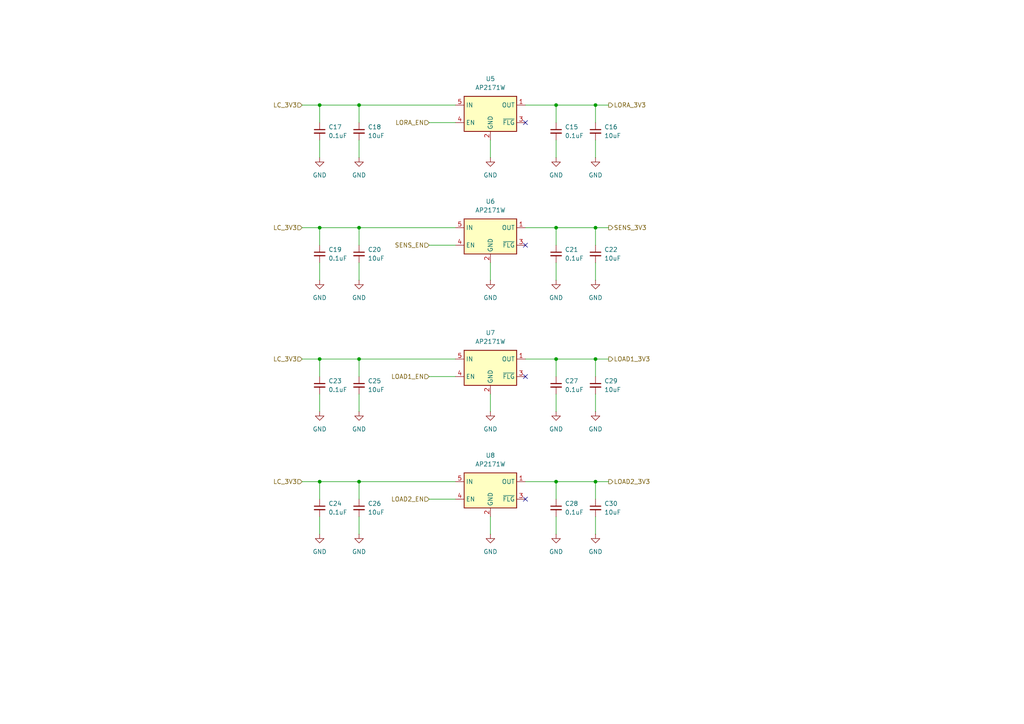
<source format=kicad_sch>
(kicad_sch (version 20231120) (generator "eeschema") (generator_version "8.0")
  (paper "A4")
  (lib_symbols
    (symbol "Device:C_Small" (pin_numbers hide) (pin_names (offset 0.254) hide)
      (property "Reference" "C" (at 0.254 1.778 0))
      (property "Value" "C_Small" (at 0.254 -2.032 0))
      (symbol "C_Small_0_1"
        (polyline (pts (xy -1.524 -0.508) (xy 1.524 -0.508)) (stroke (width 0.3302)))
        (polyline (pts (xy -1.524 0.508) (xy 1.524 0.508)) (stroke (width 0.3048)))
      )
      (symbol "C_Small_1_1"
        (pin passive line (at 0 2.54 270) (length 2.032) (name "~") (number "1"))
        (pin passive line (at 0 -2.54 90) (length 2.032) (name "~") (number "2"))
      )
    )
    (symbol "Power_Management:AP2171W"
      (property "Reference" "U" (at -7.62 -6.35 0))
      (property "Value" "AP2171W" (at -7.62 6.35 0))
      (symbol "AP2171W_0_1"
        (rectangle (start -7.62 5.08) (end 7.62 -5.08) (stroke (width 0.254)) (fill (type background)))
      )
      (symbol "AP2171W_1_1"
        (pin power_out line (at 10.16 2.54 180) (length 2.54) (name "OUT") (number "1"))
        (pin power_in line (at 0 -7.62 90) (length 2.54) (name "GND") (number "2"))
        (pin open_collector line (at 10.16 -2.54 180) (length 2.54) (name "~{FLG}") (number "3"))
        (pin input line (at -10.16 -2.54 0) (length 2.54) (name "EN") (number "4"))
        (pin power_in line (at -10.16 2.54 0) (length 2.54) (name "IN") (number "5"))
      )
    )
    (symbol "power:GND" (power) (pin_numbers hide) (pin_names (offset 0) hide)
      (property "Value" "GND" (at 0 -3.81 0))
      (symbol "GND_0_1"
        (polyline (pts (xy 0 0) (xy 0 -1.27) (xy 1.27 -1.27) (xy 0 -2.54) (xy -1.27 -1.27) (xy 0 -1.27)))
      )
      (symbol "GND_1_1"
        (pin power_in line (at 0 0 270) (length 0) (name "~") (number "1"))
      )
    )
  )
  (junction (at 172.72 139.7))
  (junction (at 172.72 30.48))
  (junction (at 104.14 139.7))
  (junction (at 104.14 104.14))
  (junction (at 161.29 139.7))
  (junction (at 92.71 139.7))
  (junction (at 92.71 104.14))
  (junction (at 161.29 30.48))
  (junction (at 161.29 66.04))
  (junction (at 161.29 104.14))
  (junction (at 172.72 66.04))
  (junction (at 172.72 104.14))
  (junction (at 92.71 30.48))
  (junction (at 104.14 66.04))
  (junction (at 92.71 66.04))
  (junction (at 104.14 30.48))
  (no_connect (at 152.4 71.12))
  (no_connect (at 152.4 109.22))
  (no_connect (at 152.4 144.78))
  (no_connect (at 152.4 35.56))
  (wire (pts (xy 172.72 66.04) (xy 176.53 66.04)))
  (wire (pts (xy 104.14 66.04) (xy 132.08 66.04)))
  (wire (pts (xy 161.29 40.64) (xy 161.29 45.72)))
  (wire (pts (xy 172.72 139.7) (xy 176.53 139.7)))
  (wire (pts (xy 152.4 66.04) (xy 161.29 66.04)))
  (wire (pts (xy 92.71 40.64) (xy 92.71 45.72)))
  (wire (pts (xy 92.71 30.48) (xy 92.71 35.56)))
  (wire (pts (xy 92.71 114.3) (xy 92.71 119.38)))
  (wire (pts (xy 87.63 139.7) (xy 92.71 139.7)))
  (wire (pts (xy 172.72 30.48) (xy 172.72 35.56)))
  (wire (pts (xy 172.72 149.86) (xy 172.72 154.94)))
  (wire (pts (xy 172.72 30.48) (xy 176.53 30.48)))
  (wire (pts (xy 161.29 104.14) (xy 172.72 104.14)))
  (wire (pts (xy 172.72 76.2) (xy 172.72 81.28)))
  (wire (pts (xy 161.29 66.04) (xy 161.29 71.12)))
  (wire (pts (xy 161.29 104.14) (xy 161.29 109.22)))
  (wire (pts (xy 104.14 40.64) (xy 104.14 45.72)))
  (wire (pts (xy 161.29 76.2) (xy 161.29 81.28)))
  (wire (pts (xy 172.72 104.14) (xy 176.53 104.14)))
  (wire (pts (xy 104.14 114.3) (xy 104.14 119.38)))
  (wire (pts (xy 92.71 149.86) (xy 92.71 154.94)))
  (wire (pts (xy 142.24 114.3) (xy 142.24 119.38)))
  (wire (pts (xy 124.46 71.12) (xy 132.08 71.12)))
  (wire (pts (xy 104.14 30.48) (xy 132.08 30.48)))
  (wire (pts (xy 92.71 139.7) (xy 104.14 139.7)))
  (wire (pts (xy 92.71 104.14) (xy 92.71 109.22)))
  (wire (pts (xy 152.4 104.14) (xy 161.29 104.14)))
  (wire (pts (xy 87.63 104.14) (xy 92.71 104.14)))
  (wire (pts (xy 172.72 114.3) (xy 172.72 119.38)))
  (wire (pts (xy 104.14 149.86) (xy 104.14 154.94)))
  (wire (pts (xy 161.29 149.86) (xy 161.29 154.94)))
  (wire (pts (xy 172.72 139.7) (xy 172.72 144.78)))
  (wire (pts (xy 172.72 40.64) (xy 172.72 45.72)))
  (wire (pts (xy 87.63 30.48) (xy 92.71 30.48)))
  (wire (pts (xy 92.71 66.04) (xy 104.14 66.04)))
  (wire (pts (xy 142.24 40.64) (xy 142.24 45.72)))
  (wire (pts (xy 104.14 139.7) (xy 132.08 139.7)))
  (wire (pts (xy 104.14 76.2) (xy 104.14 81.28)))
  (wire (pts (xy 92.71 30.48) (xy 104.14 30.48)))
  (wire (pts (xy 161.29 30.48) (xy 161.29 35.56)))
  (wire (pts (xy 142.24 76.2) (xy 142.24 81.28)))
  (wire (pts (xy 87.63 66.04) (xy 92.71 66.04)))
  (wire (pts (xy 152.4 30.48) (xy 161.29 30.48)))
  (wire (pts (xy 104.14 139.7) (xy 104.14 144.78)))
  (wire (pts (xy 124.46 109.22) (xy 132.08 109.22)))
  (wire (pts (xy 104.14 104.14) (xy 132.08 104.14)))
  (wire (pts (xy 161.29 114.3) (xy 161.29 119.38)))
  (wire (pts (xy 161.29 139.7) (xy 172.72 139.7)))
  (wire (pts (xy 161.29 139.7) (xy 161.29 144.78)))
  (wire (pts (xy 142.24 149.86) (xy 142.24 154.94)))
  (wire (pts (xy 104.14 30.48) (xy 104.14 35.56)))
  (wire (pts (xy 92.71 66.04) (xy 92.71 71.12)))
  (wire (pts (xy 161.29 30.48) (xy 172.72 30.48)))
  (wire (pts (xy 92.71 104.14) (xy 104.14 104.14)))
  (wire (pts (xy 124.46 144.78) (xy 132.08 144.78)))
  (wire (pts (xy 104.14 104.14) (xy 104.14 109.22)))
  (wire (pts (xy 92.71 76.2) (xy 92.71 81.28)))
  (wire (pts (xy 172.72 66.04) (xy 172.72 71.12)))
  (wire (pts (xy 172.72 104.14) (xy 172.72 109.22)))
  (wire (pts (xy 161.29 66.04) (xy 172.72 66.04)))
  (wire (pts (xy 124.46 35.56) (xy 132.08 35.56)))
  (wire (pts (xy 152.4 139.7) (xy 161.29 139.7)))
  (wire (pts (xy 92.71 139.7) (xy 92.71 144.78)))
  (wire (pts (xy 104.14 66.04) (xy 104.14 71.12)))
  (hierarchical_label "SENS_EN" (shape input) (at 124.46 71.12 180))
  (hierarchical_label "SENS_3V3" (shape output) (at 176.53 66.04 0))
  (hierarchical_label "LC_3V3" (shape input) (at 87.63 30.48 180))
  (hierarchical_label "LOAD1_EN" (shape input) (at 124.46 109.22 180))
  (hierarchical_label "LC_3V3" (shape input) (at 87.63 104.14 180))
  (hierarchical_label "LC_3V3" (shape input) (at 87.63 66.04 180))
  (hierarchical_label "LOAD2_3V3" (shape output) (at 176.53 139.7 0))
  (hierarchical_label "LORA_3V3" (shape output) (at 176.53 30.48 0))
  (hierarchical_label "LOAD1_3V3" (shape output) (at 176.53 104.14 0))
  (hierarchical_label "LOAD2_EN" (shape input) (at 124.46 144.78 180))
  (hierarchical_label "LORA_EN" (shape input) (at 124.46 35.56 180))
  (hierarchical_label "LC_3V3" (shape input) (at 87.63 139.7 180))
  (symbol (lib_id "Device:C_Small") (at 161.29 147.32 0) (unit 1)
    (property "Reference" "C28" (at 163.83 146.0562 0) (effects (justify left)))
    (property "Value" "0.1uF" (at 163.83 148.5962 0) (effects (justify left)))
    (property "Description" "Unpolarized capacitor, small symbol" (effects (hide yes)))
  )
  (symbol (lib_id "Device:C_Small") (at 161.29 73.66 0) (unit 1)
    (property "Reference" "C21" (at 163.83 72.3962 0) (effects (justify left)))
    (property "Value" "0.1uF" (at 163.83 74.9362 0) (effects (justify left)))
    (property "Description" "Unpolarized capacitor, small symbol" (effects (hide yes)))
  )
  (symbol (lib_id "Power_Management:AP2171W") (at 142.24 142.24 0) (unit 1)
    (property "Reference" "U8" (at 142.24 132.08 0))
    (property "Value" "AP2171W" (at 142.24 134.62 0))
    (property "Footprint" "Package_TO_SOT_SMD:SOT-23-5" (effects (hide yes)))
    (property "Datasheet" "https://www.diodes.com/assets/Datasheets/AP2161.pdf" (effects (hide yes)))
    (property "Description" "Current limited power switch, single channel, SOT-23-5" (effects (hide yes)))
  )
  (symbol (lib_id "power:GND") (at 142.24 81.28 0) (unit 1)
    (property "Reference" "#PWR028" (effects (hide yes)))
    (property "Value" "GND" (at 142.24 86.36 0))
    (property "Description" "Power symbol creates a global label with name \"GND\" , ground" (effects (hide yes)))
  )
  (symbol (lib_id "Device:C_Small") (at 104.14 111.76 0) (unit 1)
    (property "Reference" "C25" (at 106.68 110.4962 0) (effects (justify left)))
    (property "Value" "10uF" (at 106.68 113.0362 0) (effects (justify left)))
    (property "Description" "Unpolarized capacitor, small symbol" (effects (hide yes)))
  )
  (symbol (lib_id "power:GND") (at 92.71 154.94 0) (unit 1)
    (property "Reference" "#PWR032" (effects (hide yes)))
    (property "Value" "GND" (at 92.71 160.02 0))
    (property "Description" "Power symbol creates a global label with name \"GND\" , ground" (effects (hide yes)))
  )
  (symbol (lib_id "power:GND") (at 104.14 119.38 0) (unit 1)
    (property "Reference" "#PWR033" (effects (hide yes)))
    (property "Value" "GND" (at 104.14 124.46 0))
    (property "Description" "Power symbol creates a global label with name \"GND\" , ground" (effects (hide yes)))
  )
  (symbol (lib_id "power:GND") (at 172.72 81.28 0) (unit 1)
    (property "Reference" "#PWR030" (effects (hide yes)))
    (property "Value" "GND" (at 172.72 86.36 0))
    (property "Description" "Power symbol creates a global label with name \"GND\" , ground" (effects (hide yes)))
  )
  (symbol (lib_id "power:GND") (at 92.71 119.38 0) (unit 1)
    (property "Reference" "#PWR031" (effects (hide yes)))
    (property "Value" "GND" (at 92.71 124.46 0))
    (property "Description" "Power symbol creates a global label with name \"GND\" , ground" (effects (hide yes)))
  )
  (symbol (lib_id "Power_Management:AP2171W") (at 142.24 68.58 0) (unit 1)
    (property "Reference" "U6" (at 142.24 58.42 0))
    (property "Value" "AP2171W" (at 142.24 60.96 0))
    (property "Footprint" "Package_TO_SOT_SMD:SOT-23-5" (effects (hide yes)))
    (property "Datasheet" "https://www.diodes.com/assets/Datasheets/AP2161.pdf" (effects (hide yes)))
    (property "Description" "Current limited power switch, single channel, SOT-23-5" (effects (hide yes)))
  )
  (symbol (lib_id "power:GND") (at 172.72 154.94 0) (unit 1)
    (property "Reference" "#PWR040" (effects (hide yes)))
    (property "Value" "GND" (at 172.72 160.02 0))
    (property "Description" "Power symbol creates a global label with name \"GND\" , ground" (effects (hide yes)))
  )
  (symbol (lib_id "power:GND") (at 161.29 81.28 0) (unit 1)
    (property "Reference" "#PWR029" (effects (hide yes)))
    (property "Value" "GND" (at 161.29 86.36 0))
    (property "Description" "Power symbol creates a global label with name \"GND\" , ground" (effects (hide yes)))
  )
  (symbol (lib_id "power:GND") (at 104.14 81.28 0) (unit 1)
    (property "Reference" "#PWR027" (effects (hide yes)))
    (property "Value" "GND" (at 104.14 86.36 0))
    (property "Description" "Power symbol creates a global label with name \"GND\" , ground" (effects (hide yes)))
  )
  (symbol (lib_id "power:GND") (at 142.24 119.38 0) (unit 1)
    (property "Reference" "#PWR035" (effects (hide yes)))
    (property "Value" "GND" (at 142.24 124.46 0))
    (property "Description" "Power symbol creates a global label with name \"GND\" , ground" (effects (hide yes)))
  )
  (symbol (lib_id "power:GND") (at 104.14 45.72 0) (unit 1)
    (property "Reference" "#PWR025" (effects (hide yes)))
    (property "Value" "GND" (at 104.14 50.8 0))
    (property "Description" "Power symbol creates a global label with name \"GND\" , ground" (effects (hide yes)))
  )
  (symbol (lib_id "Device:C_Small") (at 104.14 147.32 0) (unit 1)
    (property "Reference" "C26" (at 106.68 146.0562 0) (effects (justify left)))
    (property "Value" "10uF" (at 106.68 148.5962 0) (effects (justify left)))
    (property "Description" "Unpolarized capacitor, small symbol" (effects (hide yes)))
  )
  (symbol (lib_id "power:GND") (at 92.71 81.28 0) (unit 1)
    (property "Reference" "#PWR026" (effects (hide yes)))
    (property "Value" "GND" (at 92.71 86.36 0))
    (property "Description" "Power symbol creates a global label with name \"GND\" , ground" (effects (hide yes)))
  )
  (symbol (lib_id "Device:C_Small") (at 104.14 38.1 0) (unit 1)
    (property "Reference" "C18" (at 106.68 36.8362 0) (effects (justify left)))
    (property "Value" "10uF" (at 106.68 39.3762 0) (effects (justify left)))
    (property "Description" "Unpolarized capacitor, small symbol" (effects (hide yes)))
  )
  (symbol (lib_id "Power_Management:AP2171W") (at 142.24 33.02 0) (unit 1)
    (property "Reference" "U5" (at 142.24 22.86 0))
    (property "Value" "AP2171W" (at 142.24 25.4 0))
    (property "Footprint" "Package_TO_SOT_SMD:SOT-23-5" (effects (hide yes)))
    (property "Datasheet" "https://www.diodes.com/assets/Datasheets/AP2161.pdf" (effects (hide yes)))
    (property "Description" "Current limited power switch, single channel, SOT-23-5" (effects (hide yes)))
  )
  (symbol (lib_id "Device:C_Small") (at 161.29 38.1 0) (unit 1)
    (property "Reference" "C15" (at 163.83 36.8362 0) (effects (justify left)))
    (property "Value" "0.1uF" (at 163.83 39.3762 0) (effects (justify left)))
    (property "Description" "Unpolarized capacitor, small symbol" (effects (hide yes)))
  )
  (symbol (lib_id "power:GND") (at 142.24 154.94 0) (unit 1)
    (property "Reference" "#PWR036" (effects (hide yes)))
    (property "Value" "GND" (at 142.24 160.02 0))
    (property "Description" "Power symbol creates a global label with name \"GND\" , ground" (effects (hide yes)))
  )
  (symbol (lib_id "Device:C_Small") (at 92.71 111.76 0) (unit 1)
    (property "Reference" "C23" (at 95.25 110.4962 0) (effects (justify left)))
    (property "Value" "0.1uF" (at 95.25 113.0362 0) (effects (justify left)))
    (property "Description" "Unpolarized capacitor, small symbol" (effects (hide yes)))
  )
  (symbol (lib_id "power:GND") (at 104.14 154.94 0) (unit 1)
    (property "Reference" "#PWR034" (effects (hide yes)))
    (property "Value" "GND" (at 104.14 160.02 0))
    (property "Description" "Power symbol creates a global label with name \"GND\" , ground" (effects (hide yes)))
  )
  (symbol (lib_id "power:GND") (at 161.29 45.72 0) (unit 1)
    (property "Reference" "#PWR017" (effects (hide yes)))
    (property "Value" "GND" (at 161.29 50.8 0))
    (property "Description" "Power symbol creates a global label with name \"GND\" , ground" (effects (hide yes)))
  )
  (symbol (lib_id "power:GND") (at 161.29 119.38 0) (unit 1)
    (property "Reference" "#PWR037" (effects (hide yes)))
    (property "Value" "GND" (at 161.29 124.46 0))
    (property "Description" "Power symbol creates a global label with name \"GND\" , ground" (effects (hide yes)))
  )
  (symbol (lib_id "Device:C_Small") (at 92.71 73.66 0) (unit 1)
    (property "Reference" "C19" (at 95.25 72.3962 0) (effects (justify left)))
    (property "Value" "0.1uF" (at 95.25 74.9362 0) (effects (justify left)))
    (property "Description" "Unpolarized capacitor, small symbol" (effects (hide yes)))
  )
  (symbol (lib_id "Device:C_Small") (at 92.71 38.1 0) (unit 1)
    (property "Reference" "C17" (at 95.25 36.8362 0) (effects (justify left)))
    (property "Value" "0.1uF" (at 95.25 39.3762 0) (effects (justify left)))
    (property "Description" "Unpolarized capacitor, small symbol" (effects (hide yes)))
  )
  (symbol (lib_id "power:GND") (at 142.24 45.72 0) (unit 1)
    (property "Reference" "#PWR023" (effects (hide yes)))
    (property "Value" "GND" (at 142.24 50.8 0))
    (property "Description" "Power symbol creates a global label with name \"GND\" , ground" (effects (hide yes)))
  )
  (symbol (lib_id "Device:C_Small") (at 92.71 147.32 0) (unit 1)
    (property "Reference" "C24" (at 95.25 146.0562 0) (effects (justify left)))
    (property "Value" "0.1uF" (at 95.25 148.5962 0) (effects (justify left)))
    (property "Description" "Unpolarized capacitor, small symbol" (effects (hide yes)))
  )
  (symbol (lib_id "power:GND") (at 172.72 45.72 0) (unit 1)
    (property "Reference" "#PWR022" (effects (hide yes)))
    (property "Value" "GND" (at 172.72 50.8 0))
    (property "Description" "Power symbol creates a global label with name \"GND\" , ground" (effects (hide yes)))
  )
  (symbol (lib_id "Power_Management:AP2171W") (at 142.24 106.68 0) (unit 1)
    (property "Reference" "U7" (at 142.24 96.52 0))
    (property "Value" "AP2171W" (at 142.24 99.06 0))
    (property "Footprint" "Package_TO_SOT_SMD:SOT-23-5" (effects (hide yes)))
    (property "Datasheet" "https://www.diodes.com/assets/Datasheets/AP2161.pdf" (effects (hide yes)))
    (property "Description" "Current limited power switch, single channel, SOT-23-5" (effects (hide yes)))
  )
  (symbol (lib_id "Device:C_Small") (at 172.72 38.1 0) (unit 1)
    (property "Reference" "C16" (at 175.26 36.8362 0) (effects (justify left)))
    (property "Value" "10uF" (at 175.26 39.3762 0) (effects (justify left)))
    (property "Description" "Unpolarized capacitor, small symbol" (effects (hide yes)))
  )
  (symbol (lib_id "Device:C_Small") (at 172.72 111.76 0) (unit 1)
    (property "Reference" "C29" (at 175.26 110.4962 0) (effects (justify left)))
    (property "Value" "10uF" (at 175.26 113.0362 0) (effects (justify left)))
    (property "Description" "Unpolarized capacitor, small symbol" (effects (hide yes)))
  )
  (symbol (lib_id "Device:C_Small") (at 161.29 111.76 0) (unit 1)
    (property "Reference" "C27" (at 163.83 110.4962 0) (effects (justify left)))
    (property "Value" "0.1uF" (at 163.83 113.0362 0) (effects (justify left)))
    (property "Description" "Unpolarized capacitor, small symbol" (effects (hide yes)))
  )
  (symbol (lib_id "power:GND") (at 172.72 119.38 0) (unit 1)
    (property "Reference" "#PWR039" (effects (hide yes)))
    (property "Value" "GND" (at 172.72 124.46 0))
    (property "Description" "Power symbol creates a global label with name \"GND\" , ground" (effects (hide yes)))
  )
  (symbol (lib_id "Device:C_Small") (at 104.14 73.66 0) (unit 1)
    (property "Reference" "C20" (at 106.68 72.3962 0) (effects (justify left)))
    (property "Value" "10uF" (at 106.68 74.9362 0) (effects (justify left)))
    (property "Description" "Unpolarized capacitor, small symbol" (effects (hide yes)))
  )
  (symbol (lib_id "power:GND") (at 92.71 45.72 0) (unit 1)
    (property "Reference" "#PWR024" (effects (hide yes)))
    (property "Value" "GND" (at 92.71 50.8 0))
    (property "Description" "Power symbol creates a global label with name \"GND\" , ground" (effects (hide yes)))
  )
  (symbol (lib_id "power:GND") (at 161.29 154.94 0) (unit 1)
    (property "Reference" "#PWR038" (effects (hide yes)))
    (property "Value" "GND" (at 161.29 160.02 0))
    (property "Description" "Power symbol creates a global label with name \"GND\" , ground" (effects (hide yes)))
  )
  (symbol (lib_id "Device:C_Small") (at 172.72 147.32 0) (unit 1)
    (property "Reference" "C30" (at 175.26 146.0562 0) (effects (justify left)))
    (property "Value" "10uF" (at 175.26 148.5962 0) (effects (justify left)))
    (property "Description" "Unpolarized capacitor, small symbol" (effects (hide yes)))
  )
  (symbol (lib_id "Device:C_Small") (at 172.72 73.66 0) (unit 1)
    (property "Reference" "C22" (at 175.26 72.3962 0) (effects (justify left)))
    (property "Value" "10uF" (at 175.26 74.9362 0) (effects (justify left)))
    (property "Description" "Unpolarized capacitor, small symbol" (effects (hide yes)))
  )
)
</source>
